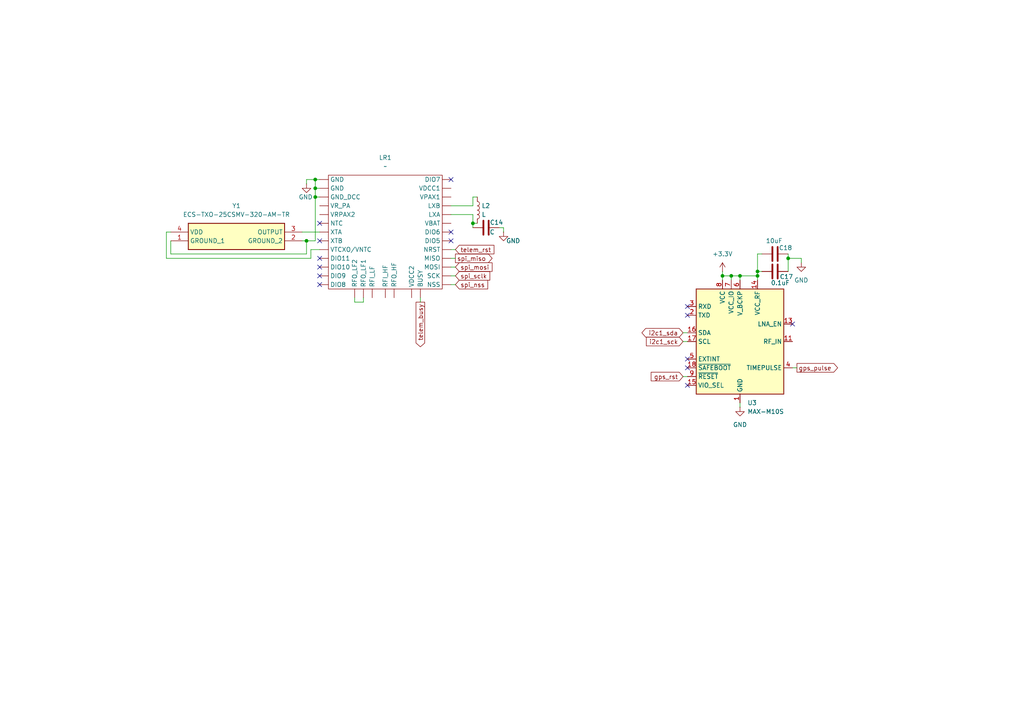
<source format=kicad_sch>
(kicad_sch (version 20250114) (generator "eeschema") (generator_version "9.0")
  (paper "A4")
  (lib_symbols
    (symbol "Device:C" (pin_numbers (hide yes)) (pin_names (offset 0.254))
      (property "Reference" "C" (at 0.635 2.54 0))
      (property "Value" "C" (at 0.635 -2.54 0))
      (symbol "C_0_1"
        (polyline (pts (xy -2.032 0.762) (xy 2.032 0.762)) (stroke (width 0.508)))
        (polyline (pts (xy -2.032 -0.762) (xy 2.032 -0.762)) (stroke (width 0.508)))
      )
      (symbol "C_1_1"
        (pin passive line (at 0 3.81 270) (length 2.794) (name "~") (number "1"))
        (pin passive line (at 0 -3.81 90) (length 2.794) (name "~") (number "2"))
      )
    )
    (symbol "Device:L" (pin_numbers (hide yes)) (pin_names (offset 1.016) (hide yes))
      (property "Reference" "L" (at -1.27 0 90))
      (property "Value" "L" (at 1.905 0 90))
      (symbol "L_0_1"
        (arc (start 0 2.54) (mid 0.6323 1.905) (end 0 1.27))
        (arc (start 0 1.27) (mid 0.6323 0.635) (end 0 0))
        (arc (start 0 0) (mid 0.6323 -0.635) (end 0 -1.27))
        (arc (start 0 -1.27) (mid 0.6323 -1.905) (end 0 -2.54))
      )
      (symbol "L_1_1"
        (pin passive line (at 0 3.81 270) (length 1.27) (name "1") (number "1"))
        (pin passive line (at 0 -3.81 90) (length 1.27) (name "2") (number "2"))
      )
    )
    (symbol "ECS-TXO-25CSMV-320-AM-TR:ECS-TXO-25CSMV-320-AM-TR"
      (property "Reference" "Y" (at 34.29 7.62 0))
      (property "Value" "ECS-TXO-25CSMV-320-AM-TR" (at 34.29 5.08 0))
      (symbol "ECS-TXO-25CSMV-320-AM-TR_1_1"
        (rectangle (start 5.08 2.54) (end 33.02 -5.08) (stroke (width 0.254)) (fill (type background)))
        (pin passive line (at 0 0 0) (length 5.08) (name "VDD") (number "4"))
        (pin passive line (at 0 -2.54 0) (length 5.08) (name "GROUND_1") (number "1"))
        (pin passive line (at 38.1 0 180) (length 5.08) (name "OUTPUT") (number "3"))
        (pin passive line (at 38.1 -2.54 180) (length 5.08) (name "GROUND_2") (number "2"))
      )
    )
    (symbol "RF_GPS:MAX-M10S"
      (property "Reference" "U" (at -10.16 16.51 0))
      (property "Value" "MAX-M10S" (at 11.43 16.51 0))
      (symbol "MAX-M10S_0_1"
        (rectangle (start 12.7 15.24) (end -12.7 -15.24) (stroke (width 0.254)) (fill (type background)))
      )
      (symbol "MAX-M10S_1_1"
        (pin input line (at -15.24 10.16 0) (length 2.54) (name "RXD") (number "3"))
        (pin output line (at -15.24 7.62 0) (length 2.54) (name "TXD") (number "2"))
        (pin bidirectional line (at -15.24 2.54 0) (length 2.54) (name "SDA") (number "16"))
        (pin input line (at -15.24 0 0) (length 2.54) (name "SCL") (number "17"))
        (pin input line (at -15.24 -5.08 0) (length 2.54) (name "EXTINT") (number "5"))
        (pin input line (at -15.24 -7.62 0) (length 2.54) (name "~{SAFEBOOT}") (number "18"))
        (pin input line (at -15.24 -10.16 0) (length 2.54) (name "~{RESET}") (number "9"))
        (pin input line (at -15.24 -12.7 0) (length 2.54) (name "VIO_SEL") (number "15"))
        (pin power_in line (at -5.08 17.78 270) (length 2.54) (name "VCC") (number "8"))
        (pin power_in line (at -2.54 17.78 270) (length 2.54) (name "VCC_IO") (number "7"))
        (pin power_in line (at 0 17.78 270) (length 2.54) (name "V_BCKP") (number "6"))
        (pin power_in line (at 0 -17.78 90) (length 2.54) (name "GND") (number "1"))
        (pin passive line (at 0 -17.78 90) (length 2.54) (hide yes) (name "GND") (number "10"))
        (pin passive line (at 0 -17.78 90) (length 2.54) (hide yes) (name "GND") (number "12"))
        (pin power_out line (at 5.08 17.78 270) (length 2.54) (name "VCC_RF") (number "14"))
        (pin output line (at 15.24 5.08 180) (length 2.54) (name "LNA_EN") (number "13"))
        (pin input line (at 15.24 0 180) (length 2.54) (name "RF_IN") (number "11"))
        (pin output line (at 15.24 -7.62 180) (length 2.54) (name "TIMEPULSE") (number "4"))
      )
    )
    (symbol "lr2021:lr2021_qfn32"
      (property "Reference" "LR2021" (at 0 0 0))
      (symbol "lr2021_qfn32_0_1"
        (rectangle (start -16.51 -1.27) (end 16.51 -34.29))
      )
      (symbol "lr2021_qfn32_1_1"
        (pin power_in line (at -19.05 -2.54 0) (length 2.54) (name "GND") (number ""))
        (pin power_in line (at -19.05 -5.08 0) (length 2.54) (name "GND") (number ""))
        (pin power_in line (at -19.05 -7.62 0) (length 2.54) (name "GND_DCC") (number ""))
        (pin power_out line (at -19.05 -10.16 0) (length 2.54) (name "VR_PA") (number ""))
        (pin power_out line (at -19.05 -12.7 0) (length 2.54) (name "VRPAX2") (number ""))
        (pin input line (at -19.05 -15.24 0) (length 2.54) (name "NTC") (number ""))
        (pin input line (at -19.05 -17.78 0) (length 2.54) (name "XTA") (number ""))
        (pin input line (at -19.05 -20.32 0) (length 2.54) (name "XTB") (number ""))
        (pin power_out line (at -19.05 -22.86 0) (length 2.54) (name "VTCXO/VNTC") (number ""))
        (pin bidirectional line (at -19.05 -25.4 0) (length 2.54) (name "DIO11") (number ""))
        (pin bidirectional line (at -19.05 -27.94 0) (length 2.54) (name "DIO10") (number ""))
        (pin bidirectional line (at -19.05 -30.48 0) (length 2.54) (name "DIO9") (number ""))
        (pin bidirectional line (at -19.05 -33.02 0) (length 2.54) (name "DIO8") (number ""))
        (pin output line (at -8.89 -36.83 90) (length 2.54) (name "RFO_LF2") (number ""))
        (pin output line (at -6.35 -36.83 90) (length 2.54) (name "RFO_LF1") (number ""))
        (pin input line (at -3.81 -36.83 90) (length 2.54) (name "RFI_LF") (number ""))
        (pin input line (at 0 -36.83 90) (length 2.54) (name "RFI_HF") (number ""))
        (pin output line (at 2.54 -36.83 90) (length 2.54) (name "RFO_HF") (number ""))
        (pin power_in line (at 7.62 -36.83 90) (length 2.54) (name "VDCC2") (number ""))
        (pin output line (at 10.16 -36.83 90) (length 2.54) (name "BUSY") (number ""))
        (pin bidirectional line (at 19.05 -2.54 180) (length 2.54) (name "DIO7") (number ""))
        (pin power_out line (at 19.05 -5.08 180) (length 2.54) (name "VDCC1") (number ""))
        (pin power_out line (at 19.05 -7.62 180) (length 2.54) (name "VPAX1") (number ""))
        (pin unspecified line (at 19.05 -10.16 180) (length 2.54) (name "LXB") (number ""))
        (pin unspecified line (at 19.05 -12.7 180) (length 2.54) (name "LXA") (number ""))
        (pin power_in line (at 19.05 -15.24 180) (length 2.54) (name "VBAT") (number ""))
        (pin bidirectional line (at 19.05 -17.78 180) (length 2.54) (name "DIO6") (number ""))
        (pin bidirectional line (at 19.05 -20.32 180) (length 2.54) (name "DIO5") (number ""))
        (pin input line (at 19.05 -22.86 180) (length 2.54) (name "NRST") (number ""))
        (pin output line (at 19.05 -25.4 180) (length 2.54) (name "MISO") (number ""))
        (pin input line (at 19.05 -27.94 180) (length 2.54) (name "MOSI") (number ""))
        (pin input line (at 19.05 -30.48 180) (length 2.54) (name "SCK") (number ""))
        (pin input line (at 19.05 -33.02 180) (length 2.54) (name "NSS") (number ""))
      )
    )
    (symbol "power:+3.3V" (power) (pin_numbers (hide yes)) (pin_names (offset 0) (hide yes))
      (property "Value" "+3.3V" (at 0 3.556 0))
      (symbol "+3.3V_0_1"
        (polyline (pts (xy -0.762 1.27) (xy 0 2.54)))
        (polyline (pts (xy 0 2.54) (xy 0.762 1.27)))
        (polyline (pts (xy 0 0) (xy 0 2.54)))
      )
      (symbol "+3.3V_1_1"
        (pin power_in line (at 0 0 90) (length 0) (name "~") (number "1"))
      )
    )
    (symbol "power:GND" (power) (pin_numbers (hide yes)) (pin_names (offset 0) (hide yes))
      (property "Value" "GND" (at 0 -3.81 0))
      (symbol "GND_0_1"
        (polyline (pts (xy 0 0) (xy 0 -1.27) (xy 1.27 -1.27) (xy 0 -2.54) (xy -1.27 -1.27) (xy 0 -1.27)))
      )
      (symbol "GND_1_1"
        (pin power_in line (at 0 0 270) (length 0) (name "~") (number "1"))
      )
    )
  )
  (junction (at 137.16 64.77))
  (junction (at 209.55 80.01))
  (junction (at 219.71 80.01))
  (junction (at 228.6 74.93))
  (junction (at 214.63 80.01))
  (junction (at 91.44 54.61))
  (junction (at 91.44 52.07))
  (junction (at 212.09 80.01))
  (junction (at 91.44 57.15))
  (junction (at 88.9 69.85))
  (junction (at 219.71 78.74))
  (no_connect (at 199.39 106.68))
  (no_connect (at 92.71 64.77))
  (no_connect (at 199.39 104.14))
  (no_connect (at 130.81 52.07))
  (no_connect (at 130.81 69.85))
  (no_connect (at 92.71 77.47))
  (no_connect (at 92.71 69.85))
  (no_connect (at 92.71 80.01))
  (no_connect (at 130.81 67.31))
  (no_connect (at 92.71 82.55))
  (no_connect (at 229.87 93.98))
  (no_connect (at 199.39 111.76))
  (no_connect (at 92.71 74.93))
  (no_connect (at 199.39 91.44))
  (no_connect (at 199.39 88.9))
  (wire (pts (xy 102.87 86.36) (xy 102.87 87.63)))
  (wire (pts (xy 198.12 109.22) (xy 199.39 109.22)))
  (wire (pts (xy 212.09 80.01) (xy 209.55 80.01)))
  (wire (pts (xy 214.63 80.01) (xy 212.09 80.01)))
  (wire (pts (xy 87.63 67.31) (xy 92.71 67.31)))
  (wire (pts (xy 130.81 72.39) (xy 132.08 72.39)))
  (wire (pts (xy 88.9 52.07) (xy 91.44 52.07)))
  (wire (pts (xy 214.63 80.01) (xy 219.71 80.01)))
  (wire (pts (xy 88.9 53.34) (xy 88.9 52.07)))
  (wire (pts (xy 219.71 73.66) (xy 220.98 73.66)))
  (wire (pts (xy 146.05 66.04) (xy 144.78 66.04)))
  (wire (pts (xy 49.53 67.31) (xy 48.26 67.31)))
  (wire (pts (xy 138.43 57.15) (xy 137.16 57.15)))
  (wire (pts (xy 137.16 64.77) (xy 137.16 66.04)))
  (wire (pts (xy 91.44 54.61) (xy 92.71 54.61)))
  (wire (pts (xy 214.63 80.01) (xy 214.63 81.28)))
  (wire (pts (xy 232.41 74.93) (xy 228.6 74.93)))
  (wire (pts (xy 48.26 74.93) (xy 90.17 74.93)))
  (wire (pts (xy 228.6 74.93) (xy 228.6 78.74)))
  (wire (pts (xy 198.12 99.06) (xy 199.39 99.06)))
  (wire (pts (xy 214.63 116.84) (xy 214.63 118.11)))
  (wire (pts (xy 102.87 87.63) (xy 105.41 87.63)))
  (wire (pts (xy 209.55 78.74) (xy 209.55 80.01)))
  (wire (pts (xy 137.16 64.77) (xy 137.16 62.23)))
  (wire (pts (xy 130.81 82.55) (xy 132.08 82.55)))
  (wire (pts (xy 219.71 81.28) (xy 219.71 80.01)))
  (wire (pts (xy 219.71 78.74) (xy 219.71 80.01)))
  (wire (pts (xy 212.09 80.01) (xy 212.09 81.28)))
  (wire (pts (xy 219.71 78.74) (xy 220.98 78.74)))
  (wire (pts (xy 130.81 80.01) (xy 132.08 80.01)))
  (wire (pts (xy 90.17 74.93) (xy 90.17 72.39)))
  (wire (pts (xy 90.17 72.39) (xy 92.71 72.39)))
  (wire (pts (xy 91.44 69.85) (xy 91.44 57.15)))
  (wire (pts (xy 228.6 73.66) (xy 228.6 74.93)))
  (wire (pts (xy 130.81 74.93) (xy 132.08 74.93)))
  (wire (pts (xy 88.9 69.85) (xy 91.44 69.85)))
  (wire (pts (xy 49.53 73.66) (xy 88.9 73.66)))
  (wire (pts (xy 91.44 52.07) (xy 91.44 54.61)))
  (wire (pts (xy 137.16 62.23) (xy 130.81 62.23)))
  (wire (pts (xy 130.81 77.47) (xy 132.08 77.47)))
  (wire (pts (xy 87.63 69.85) (xy 88.9 69.85)))
  (wire (pts (xy 137.16 59.69) (xy 130.81 59.69)))
  (wire (pts (xy 146.05 67.31) (xy 146.05 66.04)))
  (wire (pts (xy 229.87 106.68) (xy 231.14 106.68)))
  (wire (pts (xy 91.44 57.15) (xy 92.71 57.15)))
  (wire (pts (xy 92.71 52.07) (xy 91.44 52.07)))
  (wire (pts (xy 137.16 57.15) (xy 137.16 59.69)))
  (wire (pts (xy 88.9 73.66) (xy 88.9 69.85)))
  (wire (pts (xy 138.43 64.77) (xy 137.16 64.77)))
  (wire (pts (xy 209.55 80.01) (xy 209.55 81.28)))
  (wire (pts (xy 49.53 69.85) (xy 49.53 73.66)))
  (wire (pts (xy 198.12 96.52) (xy 199.39 96.52)))
  (wire (pts (xy 219.71 73.66) (xy 219.71 78.74)))
  (wire (pts (xy 105.41 87.63) (xy 105.41 86.36)))
  (wire (pts (xy 48.26 67.31) (xy 48.26 74.93)))
  (wire (pts (xy 232.41 76.2) (xy 232.41 74.93)))
  (wire (pts (xy 91.44 54.61) (xy 91.44 57.15)))
  (wire (pts (xy 121.92 86.36) (xy 121.92 87.63)))
  (global_label "telem_rst" (shape input) (at 132.08 72.39 0) (property "Intersheetrefs" "${INTERSHEET_REFS}" (effects (hide yes))))
  (global_label "spi_sclk" (shape input) (at 132.08 80.01 0) (property "Intersheetrefs" "${INTERSHEET_REFS}" (effects (hide yes))))
  (global_label "spi_nss" (shape input) (at 132.08 82.55 0) (property "Intersheetrefs" "${INTERSHEET_REFS}" (effects (hide yes))))
  (global_label "spi_mosi" (shape input) (at 132.08 77.47 0) (property "Intersheetrefs" "${INTERSHEET_REFS}" (effects (hide yes))))
  (global_label "spi_miso" (shape output) (at 132.08 74.93 0) (property "Intersheetrefs" "${INTERSHEET_REFS}" (effects (hide yes))))
  (global_label "gps_rst" (shape input) (at 198.12 109.22 180) (property "Intersheetrefs" "${INTERSHEET_REFS}" (effects (hide yes))))
  (global_label "i2c1_sck" (shape input) (at 198.12 99.06 180) (property "Intersheetrefs" "${INTERSHEET_REFS}" (effects (hide yes))))
  (global_label "gps_pulse" (shape output) (at 231.14 106.68 0) (property "Intersheetrefs" "${INTERSHEET_REFS}" (effects (hide yes))))
  (global_label "telem_busy" (shape output) (at 121.92 87.63 270) (property "Intersheetrefs" "${INTERSHEET_REFS}" (effects (hide yes))))
  (global_label "i2c1_sda" (shape bidirectional) (at 198.12 96.52 180) (property "Intersheetrefs" "${INTERSHEET_REFS}" (effects (hide yes))))
  (symbol (lib_id "power:GND") (at 232.41 76.2 0) (unit 1)
    (property "Reference" "#PWR029" (effects (hide yes)))
    (property "Value" "GND" (at 232.41 81.28 0))
    (property "Description" "Power symbol creates a global label with name \"GND\" , ground" (effects (hide yes)))
  )
  (symbol (lib_id "Device:C") (at 224.79 78.74 90) (unit 1)
    (property "Reference" "C17" (at 228.092 80.264 90))
    (property "Value" "0.1uF" (at 226.314 82.042 90))
    (property "Footprint" "Capacitor_SMD:C_0402_1005Metric" (effects (hide yes)))
    (property "Description" "Unpolarized capacitor" (effects (hide yes)))
  )
  (symbol (lib_id "ECS-TXO-25CSMV-320-AM-TR:ECS-TXO-25CSMV-320-AM-TR") (at 49.53 67.31 0) (unit 1)
    (property "Reference" "Y1" (at 68.58 59.69 0))
    (property "Value" "ECS-TXO-25CSMV-320-AM-TR" (at 68.58 62.23 0))
    (property "Footprint" "ECSTXO25CSMV320AMTR" (effects (hide yes)))
    (property "Datasheet" "https://ecsxtal.com/store/pdf/ECS-TXO-25CSMV.pdf" (effects (hide yes)))
    (property "Description" "TCXO Oscillators 32MHz 0.5ppm 1.7V to 3.465V" (effects (hide yes)))
    (property "Height" "1" (effects (hide yes)))
    (property "Mouser Part Number" "520-TXO25CSMV320AMTR" (effects (hide yes)))
    (property "Mouser Price/Stock" "https://www.mouser.co.uk/ProductDetail/ECS/ECS-TXO-25CSMV-320-AM-TR?qs=wnTfsH77Xs7GjCu67eLygA%3D%3D" (effects (hide yes)))
    (property "Manufacturer_Name" "ECS" (effects (hide yes)))
    (property "Manufacturer_Part_Number" "ECS-TXO-25CSMV-320-AM-TR" (effects (hide yes)))
  )
  (symbol (lib_id "power:+3.3V") (at 209.55 78.74 0) (unit 1)
    (property "Reference" "#PWR027" (effects (hide yes)))
    (property "Value" "+3.3V" (at 209.55 73.66 0))
    (property "Description" "Power symbol creates a global label with name \"+3.3V\"" (effects (hide yes)))
  )
  (symbol (lib_id "Device:C") (at 224.79 73.66 90) (unit 1)
    (property "Reference" "C18" (at 227.838 71.882 90))
    (property "Value" "10uF" (at 224.536 69.85 90))
    (property "Footprint" "Capacitor_SMD:C_0603_1608Metric" (effects (hide yes)))
    (property "Description" "Unpolarized capacitor" (effects (hide yes)))
  )
  (symbol (lib_id "power:GND") (at 214.63 118.11 0) (unit 1)
    (property "Reference" "#PWR028" (effects (hide yes)))
    (property "Value" "GND" (at 214.63 123.19 0))
    (property "Description" "Power symbol creates a global label with name \"GND\" , ground" (effects (hide yes)))
  )
  (symbol (lib_id "Device:C") (at 140.97 66.04 90) (unit 1)
    (property "Reference" "C14" (at 144.018 64.516 90))
    (property "Value" "C" (at 142.748 67.31 90))
    (property "Description" "Unpolarized capacitor" (effects (hide yes)))
  )
  (symbol (lib_id "RF_GPS:MAX-M10S") (at 214.63 99.06 0) (unit 1)
    (property "Reference" "U3" (at 216.7733 116.84 0) (effects (justify left)))
    (property "Value" "MAX-M10S" (at 216.7733 119.38 0) (effects (justify left)))
    (property "Footprint" "RF_GPS:ublox_MAX" (effects (hide yes)))
    (property "Datasheet" "https://content.u-blox.com/sites/default/files/MAX-M10S_DataSheet_UBX-20035208.pdf" (effects (hide yes)))
    (property "Description" "GNSS Module MAX M10, VCC 1.65V to 3.6V" (effects (hide yes)))
  )
  (symbol (lib_id "lr2021:lr2021_qfn32") (at 111.76 49.53 0) (unit 1)
    (property "Reference" "LR1" (at 111.76 45.72 0))
    (property "Value" "~" (at 111.76 48.26 0))
  )
  (symbol (lib_id "power:GND") (at 88.9 53.34 0) (unit 1)
    (property "Reference" "#PWR068" (effects (hide yes)))
    (property "Value" "GND" (at 88.646 57.15 0))
    (property "Description" "Power symbol creates a global label with name \"GND\" , ground" (effects (hide yes)))
  )
  (symbol (lib_id "power:GND") (at 146.05 67.31 0) (unit 1)
    (property "Reference" "#PWR030" (effects (hide yes)))
    (property "Value" "GND" (at 148.844 69.85 0))
    (property "Description" "Power symbol creates a global label with name \"GND\" , ground" (effects (hide yes)))
  )
  (symbol (lib_id "Device:L") (at 138.43 60.96 0) (unit 1)
    (property "Reference" "L2" (at 139.7 59.6899 0) (effects (justify left)))
    (property "Value" "L" (at 139.7 62.2299 0) (effects (justify left)))
    (property "Description" "Inductor" (effects (hide yes)))
  )
)
</source>
